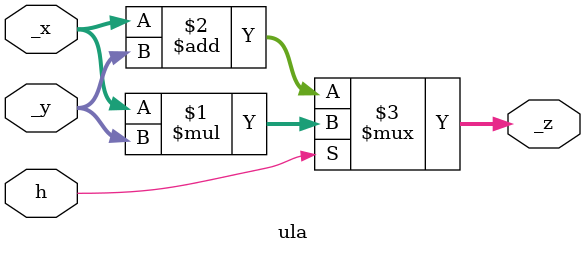
<source format=v>
module ula
(
    input h,
    input signed [15:0] _x, // complemento de 2
                        _y, // complemento de 2
    output signed [15:0] _z // complemento de 2
);

assign _z = (h) ? (_x * _y) : (_x + _y);

endmodule

</source>
